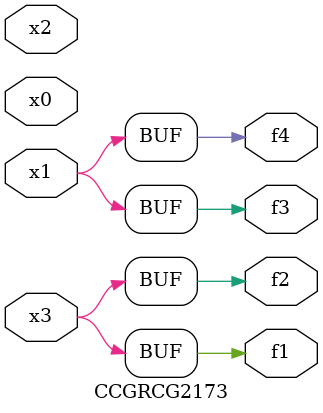
<source format=v>
module CCGRCG2173(
	input x0, x1, x2, x3,
	output f1, f2, f3, f4
);
	assign f1 = x3;
	assign f2 = x3;
	assign f3 = x1;
	assign f4 = x1;
endmodule

</source>
